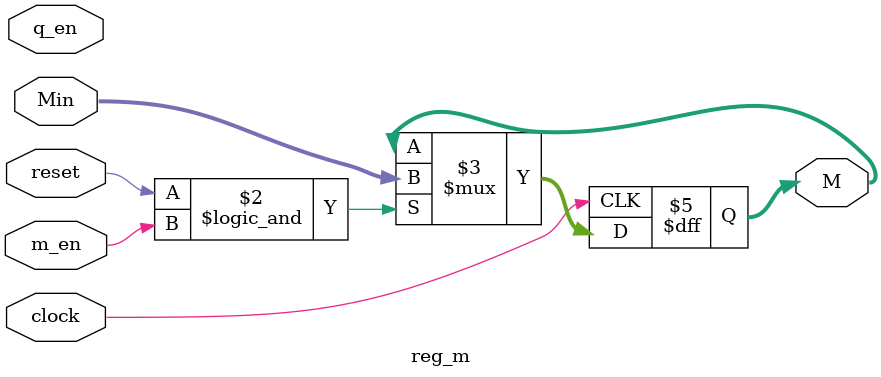
<source format=sv>

module reg_m #(parameter N=8) (input logic clock, reset, q_en, m_en,
              input logic[N-1:0] Min, output logic[N-1:0] M);

always_ff @ (posedge clock)
  if (reset && m_en)  // clear C,A and load Q, M
    M <= Min;

endmodule

</source>
